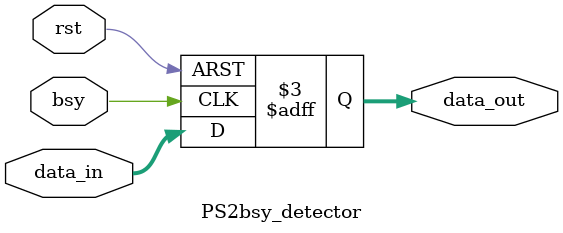
<source format=sv>
module PS2bsy_detector (output logic [7:0] data_out, input logic [7:0] data_in, input logic bsy, rst);

// detects bsy pulse from ps2 device

always_ff @(posedge rst or negedge bsy) begin
 
    if (rst) begin

        data_out <= 'd0;

    end

    // only read if bsy flag is low
    else if(!bsy) begin

        data_out <= data_in;
  

    end
    


end




endmodule
</source>
